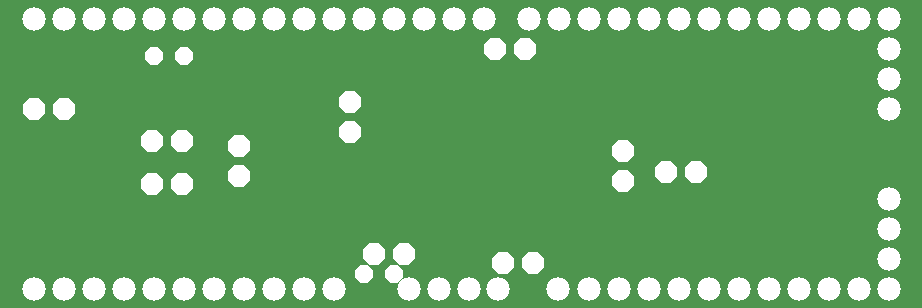
<source format=gbr>
G04 EAGLE Gerber RS-274X export*
G75*
%MOMM*%
%FSLAX34Y34*%
%LPD*%
%INSoldermask Bottom*%
%IPNEG*%
%AMOC8*
5,1,8,0,0,1.08239X$1,22.5*%
G01*
%ADD10P,1.951982X8X292.500000*%
%ADD11P,1.951982X8X22.500000*%
%ADD12P,1.951982X8X202.500000*%
%ADD13C,1.981200*%
%ADD14P,1.649562X8X202.500000*%
%ADD15P,1.649562X8X22.500000*%
%ADD16P,1.951982X8X112.500000*%


D10*
X287700Y177800D03*
X287700Y152400D03*
D11*
X120300Y108900D03*
X145700Y108900D03*
D10*
X518800Y136700D03*
X518800Y111300D03*
D11*
X410400Y222900D03*
X435800Y222900D03*
D12*
X442700Y42100D03*
X417300Y42100D03*
D11*
X19700Y172100D03*
X45100Y172100D03*
X554700Y118600D03*
X580100Y118600D03*
X307880Y49000D03*
X333280Y49000D03*
X120300Y145000D03*
X145700Y145000D03*
D13*
X718200Y248300D03*
X743600Y248300D03*
X591200Y19700D03*
X616600Y19700D03*
X743600Y197500D03*
X743600Y19700D03*
X692800Y248300D03*
X718200Y19700D03*
X692800Y19700D03*
X743600Y172100D03*
X540400Y19700D03*
X667400Y248300D03*
X463500Y19700D03*
X515000Y19700D03*
X667400Y19700D03*
X642000Y19700D03*
X413100Y19700D03*
X515000Y248300D03*
X70500Y19700D03*
X172100Y19700D03*
X616600Y248300D03*
X146700Y19700D03*
X197500Y19700D03*
X642000Y248300D03*
X591200Y248300D03*
X540400Y248300D03*
X565800Y248300D03*
X337200Y19700D03*
X362600Y19700D03*
X388000Y19700D03*
X349900Y248300D03*
X273700Y248300D03*
X299100Y248300D03*
X222900Y19700D03*
X222900Y248300D03*
X197500Y248300D03*
X172100Y248300D03*
X146700Y248300D03*
X248300Y248300D03*
X375300Y248300D03*
X95900Y248300D03*
X70500Y248300D03*
X489600Y19700D03*
X743600Y45100D03*
X324500Y248300D03*
X743600Y70500D03*
X743600Y95900D03*
X464200Y248300D03*
X438800Y248300D03*
X489600Y248300D03*
X400700Y248300D03*
X121300Y248300D03*
X45100Y248300D03*
X19700Y248300D03*
X19700Y19700D03*
X743600Y222900D03*
X273700Y19700D03*
X248300Y19700D03*
X121300Y19700D03*
X95900Y19700D03*
X45100Y19700D03*
X565800Y19700D03*
D14*
X146700Y216900D03*
X121300Y216900D03*
D15*
X299100Y32400D03*
X324500Y32400D03*
D16*
X193800Y115300D03*
X193800Y140700D03*
M02*

</source>
